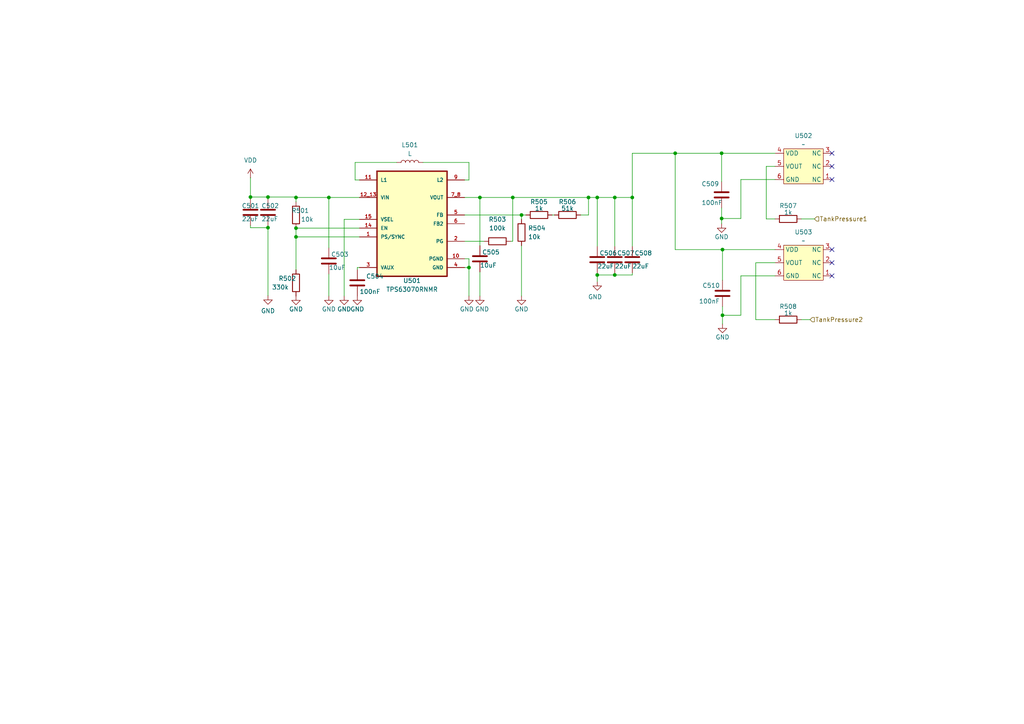
<source format=kicad_sch>
(kicad_sch (version 20250114) (generator "eeschema") (generator_version "9.0")
  (paper "A4")
  (lib_symbols
    (symbol "Device:C" (pin_numbers (hide yes)) (pin_names (offset 0.254))
      (property "Reference" "C" (at 0.635 2.54 0))
      (property "Value" "C" (at 0.635 -2.54 0))
      (symbol "C_0_1"
        (polyline (pts (xy -2.032 0.762) (xy 2.032 0.762)) (stroke (width 0.508)))
        (polyline (pts (xy -2.032 -0.762) (xy 2.032 -0.762)) (stroke (width 0.508)))
      )
      (symbol "C_1_1"
        (pin passive line (at 0 3.81 270) (length 2.794) (name "~") (number "1"))
        (pin passive line (at 0 -3.81 90) (length 2.794) (name "~") (number "2"))
      )
    )
    (symbol "Device:L" (pin_numbers (hide yes)) (pin_names (offset 1.016) (hide yes))
      (property "Reference" "L" (at -1.27 0 90))
      (property "Value" "L" (at 1.905 0 90))
      (symbol "L_0_1"
        (arc (start 0 2.54) (mid 0.6323 1.905) (end 0 1.27))
        (arc (start 0 1.27) (mid 0.6323 0.635) (end 0 0))
        (arc (start 0 0) (mid 0.6323 -0.635) (end 0 -1.27))
        (arc (start 0 -1.27) (mid 0.6323 -1.905) (end 0 -2.54))
      )
      (symbol "L_1_1"
        (pin passive line (at 0 3.81 270) (length 1.27) (name "1") (number "1"))
        (pin passive line (at 0 -3.81 90) (length 1.27) (name "2") (number "2"))
      )
    )
    (symbol "Device:R" (pin_numbers (hide yes)) (pin_names (offset 0))
      (property "Reference" "R" (at 2.032 0 90))
      (property "Value" "R" (at 0 0 90))
      (symbol "R_0_1"
        (rectangle (start -1.016 -2.54) (end 1.016 2.54) (stroke (width 0.254)))
      )
      (symbol "R_1_1"
        (pin passive line (at 0 3.81 270) (length 1.27) (name "~") (number "1"))
        (pin passive line (at 0 -3.81 90) (length 1.27) (name "~") (number "2"))
      )
    )
    (symbol "WOBCLibrary:MIS-2500-150G"
      (property "Reference" "U" (at -5.08 6.35 0))
      (symbol "MIS-2500-150G_1_1"
        (polyline (pts (xy -6.35 5.08) (xy -6.35 -5.08) (xy 5.08 -5.08) (xy 5.08 5.08) (xy -6.35 5.08)) (fill (type background)))
        (pin input line (at -8.89 3.81 0) (length 2.54) (name "VDD") (number "4"))
        (pin input line (at -8.89 0 0) (length 2.54) (name "VOUT") (number "5"))
        (pin input line (at -8.89 -3.81 0) (length 2.54) (name "GND") (number "6"))
        (pin input line (at 7.62 3.81 180) (length 2.54) (name "NC") (number "3"))
        (pin input line (at 7.62 0 180) (length 2.54) (name "NC") (number "2"))
        (pin input line (at 7.62 -3.81 180) (length 2.54) (name "NC") (number "1"))
      )
    )
    (symbol "WOBCLibrary:TPS63070RNMR" (pin_names (offset 1.016))
      (property "Reference" "U" (at -12.7 29.21 0))
      (property "Value" "TPS63070RNMR" (at -12.7 -19.24 0))
      (symbol "TPS63070RNMR_0_0"
        (rectangle (start -10.16 15.24) (end 10.16 -15.24) (stroke (width 0.41)) (fill (type background)))
        (pin bidirectional line (at -15.24 12.7 0) (length 5.08) (name "L1") (number "11"))
        (pin input line (at -15.24 7.62 0) (length 5.08) (name "VIN") (number "12_13"))
        (pin input line (at -15.24 1.27 0) (length 5.08) (name "VSEL") (number "15"))
        (pin input line (at -15.24 -1.27 0) (length 5.08) (name "EN") (number "14"))
        (pin input line (at -15.24 -3.81 0) (length 5.08) (name "PS/SYNC") (number "1"))
        (pin output line (at -15.24 -12.7 0) (length 5.08) (name "VAUX") (number "3"))
        (pin bidirectional line (at 15.24 12.7 180) (length 5.08) (name "L2") (number "9"))
        (pin output line (at 15.24 7.62 180) (length 5.08) (name "VOUT") (number "7_8"))
        (pin input line (at 15.24 2.54 180) (length 5.08) (name "FB") (number "5"))
        (pin output line (at 15.24 0 180) (length 5.08) (name "FB2") (number "6"))
        (pin output line (at 15.24 -5.08 180) (length 5.08) (name "PG") (number "2"))
        (pin power_in line (at 15.24 -10.16 180) (length 5.08) (name "PGND") (number "10"))
        (pin power_in line (at 15.24 -12.7 180) (length 5.08) (name "GND") (number "4"))
      )
    )
    (symbol "power:GND" (power) (pin_names (offset 0))
      (property "Value" "GND" (at 0 -3.81 0))
      (symbol "GND_0_1"
        (polyline (pts (xy 0 0) (xy 0 -1.27) (xy 1.27 -1.27) (xy 0 -2.54) (xy -1.27 -1.27) (xy 0 -1.27)))
      )
      (symbol "GND_1_1"
        (pin power_in line (at 0 0 270) (length 0) (hide yes) (name "GND") (number "1"))
      )
    )
    (symbol "power:VDD" (power) (pin_numbers (hide yes)) (pin_names (offset 0) (hide yes))
      (property "Value" "VDD" (at 0 3.556 0))
      (symbol "VDD_0_1"
        (polyline (pts (xy -0.762 1.27) (xy 0 2.54)))
        (polyline (pts (xy 0 2.54) (xy 0.762 1.27)))
        (polyline (pts (xy 0 0) (xy 0 2.54)))
      )
      (symbol "VDD_1_1"
        (pin power_in line (at 0 0 90) (length 0) (name "~") (number "1"))
      )
    )
  )
  (junction (at 148.717 57.277))
  (junction (at 178.308 79.756))
  (junction (at 139.192 57.277))
  (junction (at 209.296 44.45))
  (junction (at 85.852 68.707))
  (junction (at 209.296 63.373))
  (junction (at 173.228 57.277))
  (junction (at 72.644 57.15))
  (junction (at 209.55 91.44))
  (junction (at 77.724 57.15))
  (junction (at 85.852 66.167))
  (junction (at 183.388 57.277))
  (junction (at 173.228 79.756))
  (junction (at 170.688 57.277))
  (junction (at 77.724 66.04))
  (junction (at 85.852 57.277))
  (junction (at 151.257 62.357))
  (junction (at 209.55 72.39))
  (junction (at 195.834 44.45))
  (junction (at 136.017 77.597))
  (junction (at 178.308 57.277))
  (junction (at 95.377 57.277))
  (no_connect (at 241.3 80.01))
  (no_connect (at 241.3 72.39))
  (no_connect (at 241.3 44.45))
  (no_connect (at 241.3 52.07))
  (no_connect (at 241.3 76.2))
  (no_connect (at 241.3 48.26))
  (wire (pts (xy 183.388 79.121) (xy 183.388 79.756)))
  (wire (pts (xy 222.25 63.5) (xy 224.79 63.5)))
  (wire (pts (xy 173.228 79.756) (xy 173.228 81.661)))
  (wire (pts (xy 85.852 66.167) (xy 104.267 66.167)))
  (wire (pts (xy 151.257 63.627) (xy 151.257 62.357)))
  (wire (pts (xy 139.192 85.852) (xy 139.192 78.867)))
  (wire (pts (xy 209.296 44.45) (xy 209.296 52.705)))
  (wire (pts (xy 115.062 47.117) (xy 102.997 47.117)))
  (wire (pts (xy 209.55 93.98) (xy 209.55 91.44)))
  (wire (pts (xy 183.388 57.277) (xy 183.388 71.501)))
  (wire (pts (xy 195.834 44.45) (xy 209.296 44.45)))
  (wire (pts (xy 102.997 52.197) (xy 104.267 52.197)))
  (wire (pts (xy 219.202 76.2) (xy 219.202 92.71)))
  (wire (pts (xy 170.688 57.277) (xy 170.688 62.357)))
  (wire (pts (xy 85.852 68.707) (xy 104.267 68.707)))
  (wire (pts (xy 136.017 75.057) (xy 136.017 77.597)))
  (wire (pts (xy 72.644 57.15) (xy 72.644 57.785)))
  (wire (pts (xy 85.852 66.167) (xy 85.852 68.707)))
  (wire (pts (xy 77.724 57.15) (xy 77.724 57.785)))
  (wire (pts (xy 85.852 57.277) (xy 95.377 57.277)))
  (wire (pts (xy 77.724 66.04) (xy 77.724 85.725)))
  (wire (pts (xy 151.257 62.357) (xy 152.527 62.357)))
  (wire (pts (xy 222.25 48.26) (xy 224.79 48.26)))
  (wire (pts (xy 209.55 72.39) (xy 209.55 81.28)))
  (wire (pts (xy 103.632 78.232) (xy 103.632 77.597)))
  (wire (pts (xy 95.377 57.277) (xy 104.267 57.277)))
  (wire (pts (xy 136.017 52.197) (xy 134.747 52.197)))
  (wire (pts (xy 209.296 60.325) (xy 209.296 63.373)))
  (wire (pts (xy 209.55 72.39) (xy 195.834 72.39)))
  (wire (pts (xy 209.55 88.9) (xy 209.55 91.44)))
  (wire (pts (xy 183.388 79.756) (xy 178.308 79.756)))
  (wire (pts (xy 136.017 47.117) (xy 136.017 52.197)))
  (wire (pts (xy 183.388 44.45) (xy 183.388 57.277)))
  (wire (pts (xy 170.688 57.277) (xy 173.228 57.277)))
  (wire (pts (xy 173.228 57.277) (xy 173.228 71.501)))
  (wire (pts (xy 178.308 57.277) (xy 178.308 71.501)))
  (wire (pts (xy 95.377 71.882) (xy 95.377 57.277)))
  (wire (pts (xy 99.822 63.627) (xy 99.822 85.852)))
  (wire (pts (xy 95.377 79.502) (xy 95.377 85.852)))
  (wire (pts (xy 232.41 92.71) (xy 234.95 92.71)))
  (wire (pts (xy 219.202 76.2) (xy 224.79 76.2)))
  (wire (pts (xy 173.228 57.277) (xy 178.308 57.277)))
  (wire (pts (xy 214.884 52.07) (xy 224.79 52.07)))
  (wire (pts (xy 183.388 57.277) (xy 178.308 57.277)))
  (wire (pts (xy 122.682 47.117) (xy 136.017 47.117)))
  (wire (pts (xy 151.257 71.247) (xy 151.257 85.852)))
  (wire (pts (xy 209.55 91.44) (xy 214.884 91.44)))
  (wire (pts (xy 136.017 77.597) (xy 136.017 85.852)))
  (wire (pts (xy 140.462 69.977) (xy 134.747 69.977)))
  (wire (pts (xy 103.632 77.597) (xy 104.267 77.597)))
  (wire (pts (xy 148.082 69.977) (xy 148.717 69.977)))
  (wire (pts (xy 85.852 57.15) (xy 85.852 57.277)))
  (wire (pts (xy 77.724 57.15) (xy 85.852 57.15)))
  (wire (pts (xy 195.834 44.45) (xy 195.834 72.39)))
  (wire (pts (xy 178.308 79.121) (xy 178.308 79.756)))
  (wire (pts (xy 209.296 64.897) (xy 209.296 63.373)))
  (wire (pts (xy 139.192 57.277) (xy 148.717 57.277)))
  (wire (pts (xy 214.884 63.373) (xy 214.884 52.07)))
  (wire (pts (xy 72.644 65.405) (xy 72.644 66.04)))
  (wire (pts (xy 219.202 92.71) (xy 224.79 92.71)))
  (wire (pts (xy 104.267 63.627) (xy 99.822 63.627)))
  (wire (pts (xy 209.296 63.373) (xy 214.884 63.373)))
  (wire (pts (xy 134.747 57.277) (xy 139.192 57.277)))
  (wire (pts (xy 232.41 63.5) (xy 236.22 63.5)))
  (wire (pts (xy 134.747 62.357) (xy 151.257 62.357)))
  (wire (pts (xy 209.296 44.45) (xy 224.79 44.45)))
  (wire (pts (xy 214.884 91.44) (xy 214.884 80.01)))
  (wire (pts (xy 72.644 66.04) (xy 77.724 66.04)))
  (wire (pts (xy 173.228 79.756) (xy 173.228 79.121)))
  (wire (pts (xy 178.308 79.756) (xy 173.228 79.756)))
  (wire (pts (xy 72.644 57.15) (xy 77.724 57.15)))
  (wire (pts (xy 77.724 65.405) (xy 77.724 66.04)))
  (wire (pts (xy 148.717 57.277) (xy 170.688 57.277)))
  (wire (pts (xy 160.782 62.357) (xy 160.147 62.357)))
  (wire (pts (xy 170.688 62.357) (xy 168.402 62.357)))
  (wire (pts (xy 183.388 44.45) (xy 195.834 44.45)))
  (wire (pts (xy 102.997 47.117) (xy 102.997 52.197)))
  (wire (pts (xy 139.192 57.277) (xy 139.192 71.247)))
  (wire (pts (xy 72.644 51.562) (xy 72.644 57.15)))
  (wire (pts (xy 209.55 72.39) (xy 224.79 72.39)))
  (wire (pts (xy 136.017 77.597) (xy 134.747 77.597)))
  (wire (pts (xy 85.852 57.277) (xy 85.852 58.547)))
  (wire (pts (xy 134.747 75.057) (xy 136.017 75.057)))
  (wire (pts (xy 85.852 68.707) (xy 85.852 78.232)))
  (wire (pts (xy 214.884 80.01) (xy 224.79 80.01)))
  (wire (pts (xy 222.25 48.26) (xy 222.25 63.5)))
  (wire (pts (xy 148.717 69.977) (xy 148.717 57.277)))
  (hierarchical_label "TankPressure1" (shape input) (at 236.22 63.5 0))
  (hierarchical_label "TankPressure2" (shape input) (at 234.95 92.71 0))
  (symbol (lib_id "Device:C") (at 178.308 75.311 0) (unit 1)
    (property "Reference" "C507" (at 178.943 73.406 0) (effects (justify left)))
    (property "Value" "22uF" (at 178.308 77.216 0) (effects (justify left)))
    (property "Footprint" "Capacitor_SMD:C_0805_2012Metric" (effects (hide yes)))
    (property "LCSC" "C45783" (effects (hide yes)))
  )
  (symbol (lib_id "Device:R") (at 156.337 62.357 90) (unit 1)
    (property "Reference" "R505" (at 156.337 58.547 90))
    (property "Value" "1k" (at 156.337 60.452 90))
    (property "Footprint" "Resistor_SMD:R_0402_1005Metric" (effects (hide yes)))
    (property "LCSC" " C11702" (effects (hide yes)))
  )
  (symbol (lib_id "Device:C") (at 139.192 75.057 0) (unit 1)
    (property "Reference" "C505" (at 139.827 73.152 0) (effects (justify left)))
    (property "Value" "10uF" (at 139.192 76.962 0) (effects (justify left)))
    (property "Footprint" "Capacitor_SMD:C_0603_1608Metric" (effects (hide yes)))
    (property "LCSC" "C96446" (effects (hide yes)))
  )
  (symbol (lib_id "power:GND") (at 85.852 85.852 0) (unit 1)
    (property "Reference" "#PWR0503" (effects (hide yes)))
    (property "Value" "GND" (at 85.852 89.662 0))
  )
  (symbol (lib_id "power:GND") (at 77.724 85.725 0) (unit 1)
    (property "Reference" "#PWR0502" (effects (hide yes)))
    (property "Value" "GND" (at 77.724 90.17 0))
  )
  (symbol (lib_id "Device:C") (at 95.377 75.692 0) (unit 1)
    (property "Reference" "C503" (at 96.012 73.787 0) (effects (justify left)))
    (property "Value" "10uF" (at 95.377 77.597 0) (effects (justify left)))
    (property "Footprint" "Capacitor_SMD:C_0603_1608Metric" (effects (hide yes)))
    (property "LCSC" "C96446" (effects (hide yes)))
  )
  (symbol (lib_id "Device:C") (at 103.632 82.042 0) (unit 1)
    (property "Reference" "C504" (at 106.172 80.137 0) (effects (justify left)))
    (property "Value" "100nF" (at 104.267 84.582 0) (effects (justify left)))
    (property "Footprint" "Capacitor_SMD:C_0402_1005Metric" (effects (hide yes)))
    (property "LCSC" "C1525" (effects (hide yes)))
  )
  (symbol (lib_id "power:GND") (at 209.55 93.98 0) (unit 1)
    (property "Reference" "#PWR0512" (effects (hide yes)))
    (property "Value" "GND" (at 209.55 97.79 0))
  )
  (symbol (lib_id "power:GND") (at 173.228 81.661 0) (unit 1)
    (property "Reference" "#PWR0510" (effects (hide yes)))
    (property "Value" "GND" (at 172.593 86.106 0))
  )
  (symbol (lib_id "power:GND") (at 209.296 64.897 0) (unit 1)
    (property "Reference" "#PWR0511" (effects (hide yes)))
    (property "Value" "GND" (at 209.296 68.707 0))
  )
  (symbol (lib_id "Device:C") (at 77.724 61.595 0) (unit 1)
    (property "Reference" "C502" (at 75.819 59.69 0) (effects (justify left)))
    (property "Value" "22uF" (at 75.819 63.5 0) (effects (justify left)))
    (property "Footprint" "Capacitor_SMD:C_0805_2012Metric" (effects (hide yes)))
    (property "LCSC" "C45783" (effects (hide yes)))
  )
  (symbol (lib_id "power:VDD") (at 72.644 51.562 0) (unit 1)
    (property "Reference" "#PWR0501" (effects (hide yes)))
    (property "Value" "VDD" (at 72.644 46.482 0))
    (property "Description" "Power symbol creates a global label with name \"VDD\"" (effects (hide yes)))
  )
  (symbol (lib_id "Device:C") (at 72.644 61.595 0) (unit 1)
    (property "Reference" "C501" (at 70.104 59.69 0) (effects (justify left)))
    (property "Value" "22uF" (at 70.104 63.5 0) (effects (justify left)))
    (property "Footprint" "Capacitor_SMD:C_0805_2012Metric" (effects (hide yes)))
    (property "LCSC" "C45783" (effects (hide yes)))
  )
  (symbol (lib_id "Device:C") (at 173.228 75.311 0) (unit 1)
    (property "Reference" "C506" (at 173.863 73.406 0) (effects (justify left)))
    (property "Value" "22uF" (at 173.228 77.216 0) (effects (justify left)))
    (property "Footprint" "Capacitor_SMD:C_0805_2012Metric" (effects (hide yes)))
    (property "LCSC" "C45783" (effects (hide yes)))
  )
  (symbol (lib_id "power:GND") (at 95.377 85.852 0) (unit 1)
    (property "Reference" "#PWR0504" (effects (hide yes)))
    (property "Value" "GND" (at 95.377 89.662 0))
  )
  (symbol (lib_id "Device:R") (at 228.6 92.71 90) (unit 1)
    (property "Reference" "R508" (at 228.6 88.9 90))
    (property "Value" "1k" (at 228.6 90.805 90))
    (property "Footprint" "Resistor_SMD:R_0402_1005Metric" (effects (hide yes)))
    (property "LCSC" " C11702" (effects (hide yes)))
  )
  (symbol (lib_id "power:GND") (at 151.257 85.852 0) (unit 1)
    (property "Reference" "#PWR0509" (effects (hide yes)))
    (property "Value" "GND" (at 151.257 89.662 0))
  )
  (symbol (lib_id "Device:C") (at 209.55 85.09 0) (unit 1)
    (property "Reference" "C510" (at 203.708 82.804 0) (effects (justify left)))
    (property "Value" "100nF" (at 202.692 87.376 0) (effects (justify left)))
    (property "Footprint" "Capacitor_SMD:C_0402_1005Metric" (effects (hide yes)))
    (property "LCSC" "C1525" (effects (hide yes)))
  )
  (symbol (lib_id "Device:R") (at 164.592 62.357 90) (unit 1)
    (property "Reference" "R506" (at 164.592 58.547 90))
    (property "Value" "51k" (at 164.592 60.452 90))
    (property "Footprint" "Resistor_SMD:R_0402_1005Metric" (effects (hide yes)))
    (property "LCSC" " C25794" (effects (hide yes)))
  )
  (symbol (lib_id "power:GND") (at 136.017 85.852 0) (unit 1)
    (property "Reference" "#PWR0507" (effects (hide yes)))
    (property "Value" "GND" (at 135.382 89.662 0))
  )
  (symbol (lib_id "Device:R") (at 85.852 62.357 180) (unit 1)
    (property "Reference" "R501" (at 89.662 61.087 0) (effects (justify left)))
    (property "Value" "10k" (at 90.932 63.627 0) (effects (justify left)))
    (property "Footprint" "Resistor_SMD:R_0402_1005Metric" (effects (hide yes)))
    (property "LCSC" "C25744" (effects (hide yes)))
  )
  (symbol (lib_id "WOBCLibrary:MIS-2500-150G") (at 233.68 48.26 0) (unit 1)
    (property "Reference" "U502" (at 233.045 39.37 0))
    (property "Value" "~" (at 233.045 41.91 0))
    (property "Footprint" "Package_DIP:DIP-6_W7.62mm" (effects (hide yes)))
  )
  (symbol (lib_id "WOBCLibrary:TPS63070RNMR") (at 119.507 64.897 0) (unit 1)
    (property "Reference" "U501" (at 119.507 81.407 0))
    (property "Value" "TPS63070RNMR" (at 119.507 83.947 0))
    (property "Footprint" "WOBCLibrary:VREG_TPS63070RNMR" (effects (hide yes)))
    (property "Description" "Wide input voltage (2V-16V) buck-boost converter" (effects (hide yes)))
    (property "MF" "Texas Instruments" (effects (hide yes)))
    (property "Package" "VQFN-HR-15 Texas Instruments" (effects (hide yes)))
    (property "Price" "None" (effects (hide yes)))
    (property "SnapEDA_Link" "https://www.snapeda.com/parts/TPS63070RNMR/Texas+Instruments/view-part/?ref=snap" (effects (hide yes)))
    (property "MP" "TPS63070RNMR" (effects (hide yes)))
    (property "Purchase-URL" "https://www.snapeda.com/api/url_track_click_mouser/?unipart_id=583017&manufacturer=Texas Instruments&part_name=TPS63070RNMR&search_term=None" (effects (hide yes)))
    (property "Availability" "In Stock" (effects (hide yes)))
    (property "Check_prices" "https://www.snapeda.com/parts/TPS63070RNMR/Texas+Instruments/view-part/?ref=eda" (effects (hide yes)))
    (property "LCSC" "C109322" (effects (hide yes)))
  )
  (symbol (lib_id "Device:C") (at 209.296 56.515 0) (unit 1)
    (property "Reference" "C509" (at 203.454 53.34 0) (effects (justify left)))
    (property "Value" "100nF" (at 203.454 58.801 0) (effects (justify left)))
    (property "Footprint" "Capacitor_SMD:C_0402_1005Metric" (effects (hide yes)))
    (property "LCSC" "C1525" (effects (hide yes)))
  )
  (symbol (lib_id "Device:L") (at 118.872 47.117 90) (unit 1)
    (property "Reference" "L501" (at 118.872 42.037 90))
    (property "Value" "L" (at 118.872 44.577 90))
    (property "Footprint" "Inductor_SMD:L_Wuerth_WE-TPC-3816" (effects (hide yes)))
    (property "LCSC" "C3033018" (effects (hide yes)))
  )
  (symbol (lib_id "power:GND") (at 103.632 85.852 0) (unit 1)
    (property "Reference" "#PWR0506" (effects (hide yes)))
    (property "Value" "GND" (at 103.632 89.662 0))
  )
  (symbol (lib_id "WOBCLibrary:MIS-2500-150G") (at 233.68 76.2 0) (unit 1)
    (property "Reference" "U503" (at 233.045 67.31 0))
    (property "Value" "~" (at 233.045 69.85 0))
    (property "Footprint" "Package_DIP:DIP-6_W7.62mm" (effects (hide yes)))
  )
  (symbol (lib_id "Device:R") (at 151.257 67.437 180) (unit 1)
    (property "Reference" "R504" (at 153.162 66.167 0) (effects (justify right)))
    (property "Value" "10k" (at 153.162 68.707 0) (effects (justify right)))
    (property "Footprint" "Resistor_SMD:R_0402_1005Metric" (effects (hide yes)))
    (property "LCSC" "C25744" (effects (hide yes)))
  )
  (symbol (lib_id "power:GND") (at 99.822 85.852 0) (unit 1)
    (property "Reference" "#PWR0505" (effects (hide yes)))
    (property "Value" "GND" (at 99.822 89.662 0))
  )
  (symbol (lib_id "Device:R") (at 228.6 63.5 90) (unit 1)
    (property "Reference" "R507" (at 228.6 59.69 90))
    (property "Value" "1k" (at 228.6 61.595 90))
    (property "Footprint" "Resistor_SMD:R_0402_1005Metric" (effects (hide yes)))
    (property "LCSC" " C11702" (effects (hide yes)))
  )
  (symbol (lib_id "Device:R") (at 144.272 69.977 270) (unit 1)
    (property "Reference" "R503" (at 144.272 63.627 90))
    (property "Value" "100k" (at 144.272 66.167 90))
    (property "Footprint" "Resistor_SMD:R_0402_1005Metric" (effects (hide yes)))
    (property "LCSC" "C25741" (effects (hide yes)))
  )
  (symbol (lib_id "Device:R") (at 85.852 82.042 0) (unit 1)
    (property "Reference" "R502" (at 80.772 80.772 0) (effects (justify left)))
    (property "Value" "330k" (at 78.867 83.312 0) (effects (justify left)))
    (property "Footprint" "Resistor_SMD:R_0402_1005Metric" (effects (hide yes)))
    (property "LCSC" "C25778" (effects (hide yes)))
  )
  (symbol (lib_id "power:GND") (at 139.192 85.852 0) (unit 1)
    (property "Reference" "#PWR0508" (effects (hide yes)))
    (property "Value" "GND" (at 139.827 89.662 0))
  )
  (symbol (lib_id "Device:C") (at 183.388 75.311 0) (unit 1)
    (property "Reference" "C508" (at 184.023 73.406 0) (effects (justify left)))
    (property "Value" "22uF" (at 183.388 77.216 0) (effects (justify left)))
    (property "Footprint" "Capacitor_SMD:C_0805_2012Metric" (effects (hide yes)))
    (property "LCSC" "C45783" (effects (hide yes)))
  )
)
</source>
